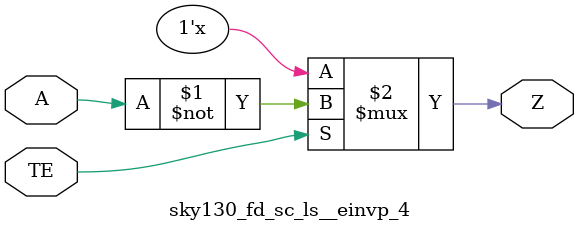
<source format=v>
/*
 * Copyright 2020 The SkyWater PDK Authors
 *
 * Licensed under the Apache License, Version 2.0 (the "License");
 * you may not use this file except in compliance with the License.
 * You may obtain a copy of the License at
 *
 *     https://www.apache.org/licenses/LICENSE-2.0
 *
 * Unless required by applicable law or agreed to in writing, software
 * distributed under the License is distributed on an "AS IS" BASIS,
 * WITHOUT WARRANTIES OR CONDITIONS OF ANY KIND, either express or implied.
 * See the License for the specific language governing permissions and
 * limitations under the License.
 *
 * SPDX-License-Identifier: Apache-2.0
*/


`ifndef SKY130_FD_SC_LS__EINVP_4_FUNCTIONAL_V
`define SKY130_FD_SC_LS__EINVP_4_FUNCTIONAL_V

/**
 * einvp: Tri-state inverter, positive enable.
 *
 * Verilog simulation functional model.
 */

`timescale 1ns / 1ps
`default_nettype none

`celldefine
module sky130_fd_sc_ls__einvp_4 (
    Z ,
    A ,
    TE
);

    // Module ports
    output Z ;
    input  A ;
    input  TE;

    //     Name     Output  Other arguments
    notif1 notif10 (Z     , A, TE          );

endmodule
`endcelldefine

`default_nettype wire
`endif  // SKY130_FD_SC_LS__EINVP_4_FUNCTIONAL_V

</source>
